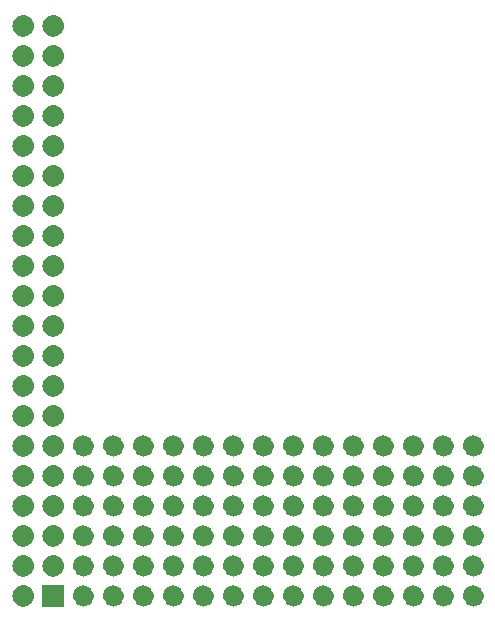
<source format=gbs>
G04 #@! TF.GenerationSoftware,KiCad,Pcbnew,5.0.2-bee76a0~70~ubuntu18.04.1*
G04 #@! TF.CreationDate,2019-03-12T09:35:17+03:00*
G04 #@! TF.ProjectId,LED_matrix,4c45445f-6d61-4747-9269-782e6b696361,rev?*
G04 #@! TF.SameCoordinates,Original*
G04 #@! TF.FileFunction,Soldermask,Bot*
G04 #@! TF.FilePolarity,Negative*
%FSLAX46Y46*%
G04 Gerber Fmt 4.6, Leading zero omitted, Abs format (unit mm)*
G04 Created by KiCad (PCBNEW 5.0.2-bee76a0~70~ubuntu18.04.1) date Вт 12 мар 2019 09:35:17*
%MOMM*%
%LPD*%
G01*
G04 APERTURE LIST*
%ADD10C,1.000000*%
%ADD11C,0.100000*%
G04 APERTURE END LIST*
D10*
X133520000Y-131500000D02*
G75*
G03X133520000Y-131500000I-400000J0D01*
G01*
X130980000Y-131500000D02*
G75*
G03X130980000Y-131500000I-400000J0D01*
G01*
X128440000Y-131500000D02*
G75*
G03X128440000Y-131500000I-400000J0D01*
G01*
X125900000Y-131500000D02*
G75*
G03X125900000Y-131500000I-400000J0D01*
G01*
X123360000Y-131500000D02*
G75*
G03X123360000Y-131500000I-400000J0D01*
G01*
X120820000Y-131500000D02*
G75*
G03X120820000Y-131500000I-400000J0D01*
G01*
X118280000Y-131500000D02*
G75*
G03X118280000Y-131500000I-400000J0D01*
G01*
X115740000Y-131500000D02*
G75*
G03X115740000Y-131500000I-400000J0D01*
G01*
X113200000Y-131500000D02*
G75*
G03X113200000Y-131500000I-400000J0D01*
G01*
X110660000Y-131500000D02*
G75*
G03X110660000Y-131500000I-400000J0D01*
G01*
X108120000Y-131500000D02*
G75*
G03X108120000Y-131500000I-400000J0D01*
G01*
X105580000Y-131500000D02*
G75*
G03X105580000Y-131500000I-400000J0D01*
G01*
X103040000Y-131500000D02*
G75*
G03X103040000Y-131500000I-400000J0D01*
G01*
X100500000Y-131500000D02*
G75*
G03X100500000Y-131500000I-400000J0D01*
G01*
X133520000Y-128960000D02*
G75*
G03X133520000Y-128960000I-400000J0D01*
G01*
X130980000Y-128960000D02*
G75*
G03X130980000Y-128960000I-400000J0D01*
G01*
X128440000Y-128960000D02*
G75*
G03X128440000Y-128960000I-400000J0D01*
G01*
X125900000Y-128960000D02*
G75*
G03X125900000Y-128960000I-400000J0D01*
G01*
X123360000Y-128960000D02*
G75*
G03X123360000Y-128960000I-400000J0D01*
G01*
X120820000Y-128960000D02*
G75*
G03X120820000Y-128960000I-400000J0D01*
G01*
X118280000Y-128960000D02*
G75*
G03X118280000Y-128960000I-400000J0D01*
G01*
X115740000Y-128960000D02*
G75*
G03X115740000Y-128960000I-400000J0D01*
G01*
X113200000Y-128960000D02*
G75*
G03X113200000Y-128960000I-400000J0D01*
G01*
X110660000Y-128960000D02*
G75*
G03X110660000Y-128960000I-400000J0D01*
G01*
X108120000Y-128960000D02*
G75*
G03X108120000Y-128960000I-400000J0D01*
G01*
X105580000Y-128960000D02*
G75*
G03X105580000Y-128960000I-400000J0D01*
G01*
X103040000Y-128960000D02*
G75*
G03X103040000Y-128960000I-400000J0D01*
G01*
X100500000Y-128960000D02*
G75*
G03X100500000Y-128960000I-400000J0D01*
G01*
X133520000Y-126420000D02*
G75*
G03X133520000Y-126420000I-400000J0D01*
G01*
X130980000Y-126420000D02*
G75*
G03X130980000Y-126420000I-400000J0D01*
G01*
X128440000Y-126420000D02*
G75*
G03X128440000Y-126420000I-400000J0D01*
G01*
X125900000Y-126420000D02*
G75*
G03X125900000Y-126420000I-400000J0D01*
G01*
X123360000Y-126420000D02*
G75*
G03X123360000Y-126420000I-400000J0D01*
G01*
X120820000Y-126420000D02*
G75*
G03X120820000Y-126420000I-400000J0D01*
G01*
X118280000Y-126420000D02*
G75*
G03X118280000Y-126420000I-400000J0D01*
G01*
X115740000Y-126420000D02*
G75*
G03X115740000Y-126420000I-400000J0D01*
G01*
X113200000Y-126420000D02*
G75*
G03X113200000Y-126420000I-400000J0D01*
G01*
X110660000Y-126420000D02*
G75*
G03X110660000Y-126420000I-400000J0D01*
G01*
X108120000Y-126420000D02*
G75*
G03X108120000Y-126420000I-400000J0D01*
G01*
X105580000Y-126420000D02*
G75*
G03X105580000Y-126420000I-400000J0D01*
G01*
X103040000Y-126420000D02*
G75*
G03X103040000Y-126420000I-400000J0D01*
G01*
X100500000Y-126420000D02*
G75*
G03X100500000Y-126420000I-400000J0D01*
G01*
X133520000Y-123880000D02*
G75*
G03X133520000Y-123880000I-400000J0D01*
G01*
X130980000Y-123880000D02*
G75*
G03X130980000Y-123880000I-400000J0D01*
G01*
X128440000Y-123880000D02*
G75*
G03X128440000Y-123880000I-400000J0D01*
G01*
X125900000Y-123880000D02*
G75*
G03X125900000Y-123880000I-400000J0D01*
G01*
X123360000Y-123880000D02*
G75*
G03X123360000Y-123880000I-400000J0D01*
G01*
X120820000Y-123880000D02*
G75*
G03X120820000Y-123880000I-400000J0D01*
G01*
X118280000Y-123880000D02*
G75*
G03X118280000Y-123880000I-400000J0D01*
G01*
X115740000Y-123880000D02*
G75*
G03X115740000Y-123880000I-400000J0D01*
G01*
X113200000Y-123880000D02*
G75*
G03X113200000Y-123880000I-400000J0D01*
G01*
X110660000Y-123880000D02*
G75*
G03X110660000Y-123880000I-400000J0D01*
G01*
X108120000Y-123880000D02*
G75*
G03X108120000Y-123880000I-400000J0D01*
G01*
X105580000Y-123880000D02*
G75*
G03X105580000Y-123880000I-400000J0D01*
G01*
X103040000Y-123880000D02*
G75*
G03X103040000Y-123880000I-400000J0D01*
G01*
X100500000Y-123880000D02*
G75*
G03X100500000Y-123880000I-400000J0D01*
G01*
X133520000Y-121340000D02*
G75*
G03X133520000Y-121340000I-400000J0D01*
G01*
X130980000Y-121340000D02*
G75*
G03X130980000Y-121340000I-400000J0D01*
G01*
X128440000Y-121340000D02*
G75*
G03X128440000Y-121340000I-400000J0D01*
G01*
X125900000Y-121340000D02*
G75*
G03X125900000Y-121340000I-400000J0D01*
G01*
X123360000Y-121340000D02*
G75*
G03X123360000Y-121340000I-400000J0D01*
G01*
X120820000Y-121340000D02*
G75*
G03X120820000Y-121340000I-400000J0D01*
G01*
X118280000Y-121340000D02*
G75*
G03X118280000Y-121340000I-400000J0D01*
G01*
X115740000Y-121340000D02*
G75*
G03X115740000Y-121340000I-400000J0D01*
G01*
X113200000Y-121340000D02*
G75*
G03X113200000Y-121340000I-400000J0D01*
G01*
X110660000Y-121340000D02*
G75*
G03X110660000Y-121340000I-400000J0D01*
G01*
X108120000Y-121340000D02*
G75*
G03X108120000Y-121340000I-400000J0D01*
G01*
X105580000Y-121340000D02*
G75*
G03X105580000Y-121340000I-400000J0D01*
G01*
X103040000Y-121340000D02*
G75*
G03X103040000Y-121340000I-400000J0D01*
G01*
X100500000Y-121340000D02*
G75*
G03X100500000Y-121340000I-400000J0D01*
G01*
X133520000Y-118800000D02*
G75*
G03X133520000Y-118800000I-400000J0D01*
G01*
X130980000Y-118800000D02*
G75*
G03X130980000Y-118800000I-400000J0D01*
G01*
X128440000Y-118800000D02*
G75*
G03X128440000Y-118800000I-400000J0D01*
G01*
X125900000Y-118800000D02*
G75*
G03X125900000Y-118800000I-400000J0D01*
G01*
X123360000Y-118800000D02*
G75*
G03X123360000Y-118800000I-400000J0D01*
G01*
X120820000Y-118800000D02*
G75*
G03X120820000Y-118800000I-400000J0D01*
G01*
X118280000Y-118800000D02*
G75*
G03X118280000Y-118800000I-400000J0D01*
G01*
X115740000Y-118800000D02*
G75*
G03X115740000Y-118800000I-400000J0D01*
G01*
X113200000Y-118800000D02*
G75*
G03X113200000Y-118800000I-400000J0D01*
G01*
X110660000Y-118800000D02*
G75*
G03X110660000Y-118800000I-400000J0D01*
G01*
X108120000Y-118800000D02*
G75*
G03X108120000Y-118800000I-400000J0D01*
G01*
X105580000Y-118800000D02*
G75*
G03X105580000Y-118800000I-400000J0D01*
G01*
X103040000Y-118800000D02*
G75*
G03X103040000Y-118800000I-400000J0D01*
G01*
X100500000Y-118800000D02*
G75*
G03X100500000Y-118800000I-400000J0D01*
G01*
D11*
G36*
X98451000Y-132401000D02*
X96649000Y-132401000D01*
X96649000Y-130599000D01*
X98451000Y-130599000D01*
X98451000Y-132401000D01*
X98451000Y-132401000D01*
G37*
G36*
X95120443Y-130605519D02*
X95186627Y-130612037D01*
X95299853Y-130646384D01*
X95356467Y-130663557D01*
X95495087Y-130737652D01*
X95512991Y-130747222D01*
X95548729Y-130776552D01*
X95650186Y-130859814D01*
X95733448Y-130961271D01*
X95762778Y-130997009D01*
X95762779Y-130997011D01*
X95846443Y-131153533D01*
X95846443Y-131153534D01*
X95897963Y-131323373D01*
X95915359Y-131500000D01*
X95897963Y-131676627D01*
X95863616Y-131789853D01*
X95846443Y-131846467D01*
X95772348Y-131985087D01*
X95762778Y-132002991D01*
X95733448Y-132038729D01*
X95650186Y-132140186D01*
X95548729Y-132223448D01*
X95512991Y-132252778D01*
X95512989Y-132252779D01*
X95356467Y-132336443D01*
X95299853Y-132353616D01*
X95186627Y-132387963D01*
X95120442Y-132394482D01*
X95054260Y-132401000D01*
X94965740Y-132401000D01*
X94899558Y-132394482D01*
X94833373Y-132387963D01*
X94720147Y-132353616D01*
X94663533Y-132336443D01*
X94507011Y-132252779D01*
X94507009Y-132252778D01*
X94471271Y-132223448D01*
X94369814Y-132140186D01*
X94286552Y-132038729D01*
X94257222Y-132002991D01*
X94247652Y-131985087D01*
X94173557Y-131846467D01*
X94156384Y-131789853D01*
X94122037Y-131676627D01*
X94104641Y-131500000D01*
X94122037Y-131323373D01*
X94173557Y-131153534D01*
X94173557Y-131153533D01*
X94257221Y-130997011D01*
X94257222Y-130997009D01*
X94286552Y-130961271D01*
X94369814Y-130859814D01*
X94471271Y-130776552D01*
X94507009Y-130747222D01*
X94524913Y-130737652D01*
X94663533Y-130663557D01*
X94720147Y-130646384D01*
X94833373Y-130612037D01*
X94899557Y-130605519D01*
X94965740Y-130599000D01*
X95054260Y-130599000D01*
X95120443Y-130605519D01*
X95120443Y-130605519D01*
G37*
G36*
X97660443Y-128065519D02*
X97726627Y-128072037D01*
X97839853Y-128106384D01*
X97896467Y-128123557D01*
X98035087Y-128197652D01*
X98052991Y-128207222D01*
X98088729Y-128236552D01*
X98190186Y-128319814D01*
X98273448Y-128421271D01*
X98302778Y-128457009D01*
X98302779Y-128457011D01*
X98386443Y-128613533D01*
X98386443Y-128613534D01*
X98437963Y-128783373D01*
X98455359Y-128960000D01*
X98437963Y-129136627D01*
X98403616Y-129249853D01*
X98386443Y-129306467D01*
X98312348Y-129445087D01*
X98302778Y-129462991D01*
X98273448Y-129498729D01*
X98190186Y-129600186D01*
X98088729Y-129683448D01*
X98052991Y-129712778D01*
X98052989Y-129712779D01*
X97896467Y-129796443D01*
X97839853Y-129813616D01*
X97726627Y-129847963D01*
X97660443Y-129854481D01*
X97594260Y-129861000D01*
X97505740Y-129861000D01*
X97439557Y-129854481D01*
X97373373Y-129847963D01*
X97260147Y-129813616D01*
X97203533Y-129796443D01*
X97047011Y-129712779D01*
X97047009Y-129712778D01*
X97011271Y-129683448D01*
X96909814Y-129600186D01*
X96826552Y-129498729D01*
X96797222Y-129462991D01*
X96787652Y-129445087D01*
X96713557Y-129306467D01*
X96696384Y-129249853D01*
X96662037Y-129136627D01*
X96644641Y-128960000D01*
X96662037Y-128783373D01*
X96713557Y-128613534D01*
X96713557Y-128613533D01*
X96797221Y-128457011D01*
X96797222Y-128457009D01*
X96826552Y-128421271D01*
X96909814Y-128319814D01*
X97011271Y-128236552D01*
X97047009Y-128207222D01*
X97064913Y-128197652D01*
X97203533Y-128123557D01*
X97260147Y-128106384D01*
X97373373Y-128072037D01*
X97439557Y-128065519D01*
X97505740Y-128059000D01*
X97594260Y-128059000D01*
X97660443Y-128065519D01*
X97660443Y-128065519D01*
G37*
G36*
X95120443Y-128065519D02*
X95186627Y-128072037D01*
X95299853Y-128106384D01*
X95356467Y-128123557D01*
X95495087Y-128197652D01*
X95512991Y-128207222D01*
X95548729Y-128236552D01*
X95650186Y-128319814D01*
X95733448Y-128421271D01*
X95762778Y-128457009D01*
X95762779Y-128457011D01*
X95846443Y-128613533D01*
X95846443Y-128613534D01*
X95897963Y-128783373D01*
X95915359Y-128960000D01*
X95897963Y-129136627D01*
X95863616Y-129249853D01*
X95846443Y-129306467D01*
X95772348Y-129445087D01*
X95762778Y-129462991D01*
X95733448Y-129498729D01*
X95650186Y-129600186D01*
X95548729Y-129683448D01*
X95512991Y-129712778D01*
X95512989Y-129712779D01*
X95356467Y-129796443D01*
X95299853Y-129813616D01*
X95186627Y-129847963D01*
X95120443Y-129854481D01*
X95054260Y-129861000D01*
X94965740Y-129861000D01*
X94899557Y-129854481D01*
X94833373Y-129847963D01*
X94720147Y-129813616D01*
X94663533Y-129796443D01*
X94507011Y-129712779D01*
X94507009Y-129712778D01*
X94471271Y-129683448D01*
X94369814Y-129600186D01*
X94286552Y-129498729D01*
X94257222Y-129462991D01*
X94247652Y-129445087D01*
X94173557Y-129306467D01*
X94156384Y-129249853D01*
X94122037Y-129136627D01*
X94104641Y-128960000D01*
X94122037Y-128783373D01*
X94173557Y-128613534D01*
X94173557Y-128613533D01*
X94257221Y-128457011D01*
X94257222Y-128457009D01*
X94286552Y-128421271D01*
X94369814Y-128319814D01*
X94471271Y-128236552D01*
X94507009Y-128207222D01*
X94524913Y-128197652D01*
X94663533Y-128123557D01*
X94720147Y-128106384D01*
X94833373Y-128072037D01*
X94899557Y-128065519D01*
X94965740Y-128059000D01*
X95054260Y-128059000D01*
X95120443Y-128065519D01*
X95120443Y-128065519D01*
G37*
G36*
X97660443Y-125525519D02*
X97726627Y-125532037D01*
X97839853Y-125566384D01*
X97896467Y-125583557D01*
X98035087Y-125657652D01*
X98052991Y-125667222D01*
X98088729Y-125696552D01*
X98190186Y-125779814D01*
X98273448Y-125881271D01*
X98302778Y-125917009D01*
X98302779Y-125917011D01*
X98386443Y-126073533D01*
X98386443Y-126073534D01*
X98437963Y-126243373D01*
X98455359Y-126420000D01*
X98437963Y-126596627D01*
X98403616Y-126709853D01*
X98386443Y-126766467D01*
X98312348Y-126905087D01*
X98302778Y-126922991D01*
X98273448Y-126958729D01*
X98190186Y-127060186D01*
X98088729Y-127143448D01*
X98052991Y-127172778D01*
X98052989Y-127172779D01*
X97896467Y-127256443D01*
X97839853Y-127273616D01*
X97726627Y-127307963D01*
X97660443Y-127314481D01*
X97594260Y-127321000D01*
X97505740Y-127321000D01*
X97439557Y-127314481D01*
X97373373Y-127307963D01*
X97260147Y-127273616D01*
X97203533Y-127256443D01*
X97047011Y-127172779D01*
X97047009Y-127172778D01*
X97011271Y-127143448D01*
X96909814Y-127060186D01*
X96826552Y-126958729D01*
X96797222Y-126922991D01*
X96787652Y-126905087D01*
X96713557Y-126766467D01*
X96696384Y-126709853D01*
X96662037Y-126596627D01*
X96644641Y-126420000D01*
X96662037Y-126243373D01*
X96713557Y-126073534D01*
X96713557Y-126073533D01*
X96797221Y-125917011D01*
X96797222Y-125917009D01*
X96826552Y-125881271D01*
X96909814Y-125779814D01*
X97011271Y-125696552D01*
X97047009Y-125667222D01*
X97064913Y-125657652D01*
X97203533Y-125583557D01*
X97260147Y-125566384D01*
X97373373Y-125532037D01*
X97439557Y-125525519D01*
X97505740Y-125519000D01*
X97594260Y-125519000D01*
X97660443Y-125525519D01*
X97660443Y-125525519D01*
G37*
G36*
X95120443Y-125525519D02*
X95186627Y-125532037D01*
X95299853Y-125566384D01*
X95356467Y-125583557D01*
X95495087Y-125657652D01*
X95512991Y-125667222D01*
X95548729Y-125696552D01*
X95650186Y-125779814D01*
X95733448Y-125881271D01*
X95762778Y-125917009D01*
X95762779Y-125917011D01*
X95846443Y-126073533D01*
X95846443Y-126073534D01*
X95897963Y-126243373D01*
X95915359Y-126420000D01*
X95897963Y-126596627D01*
X95863616Y-126709853D01*
X95846443Y-126766467D01*
X95772348Y-126905087D01*
X95762778Y-126922991D01*
X95733448Y-126958729D01*
X95650186Y-127060186D01*
X95548729Y-127143448D01*
X95512991Y-127172778D01*
X95512989Y-127172779D01*
X95356467Y-127256443D01*
X95299853Y-127273616D01*
X95186627Y-127307963D01*
X95120443Y-127314481D01*
X95054260Y-127321000D01*
X94965740Y-127321000D01*
X94899557Y-127314481D01*
X94833373Y-127307963D01*
X94720147Y-127273616D01*
X94663533Y-127256443D01*
X94507011Y-127172779D01*
X94507009Y-127172778D01*
X94471271Y-127143448D01*
X94369814Y-127060186D01*
X94286552Y-126958729D01*
X94257222Y-126922991D01*
X94247652Y-126905087D01*
X94173557Y-126766467D01*
X94156384Y-126709853D01*
X94122037Y-126596627D01*
X94104641Y-126420000D01*
X94122037Y-126243373D01*
X94173557Y-126073534D01*
X94173557Y-126073533D01*
X94257221Y-125917011D01*
X94257222Y-125917009D01*
X94286552Y-125881271D01*
X94369814Y-125779814D01*
X94471271Y-125696552D01*
X94507009Y-125667222D01*
X94524913Y-125657652D01*
X94663533Y-125583557D01*
X94720147Y-125566384D01*
X94833373Y-125532037D01*
X94899557Y-125525519D01*
X94965740Y-125519000D01*
X95054260Y-125519000D01*
X95120443Y-125525519D01*
X95120443Y-125525519D01*
G37*
G36*
X95120443Y-122985519D02*
X95186627Y-122992037D01*
X95299853Y-123026384D01*
X95356467Y-123043557D01*
X95495087Y-123117652D01*
X95512991Y-123127222D01*
X95548729Y-123156552D01*
X95650186Y-123239814D01*
X95733448Y-123341271D01*
X95762778Y-123377009D01*
X95762779Y-123377011D01*
X95846443Y-123533533D01*
X95846443Y-123533534D01*
X95897963Y-123703373D01*
X95915359Y-123880000D01*
X95897963Y-124056627D01*
X95863616Y-124169853D01*
X95846443Y-124226467D01*
X95772348Y-124365087D01*
X95762778Y-124382991D01*
X95733448Y-124418729D01*
X95650186Y-124520186D01*
X95548729Y-124603448D01*
X95512991Y-124632778D01*
X95512989Y-124632779D01*
X95356467Y-124716443D01*
X95299853Y-124733616D01*
X95186627Y-124767963D01*
X95120443Y-124774481D01*
X95054260Y-124781000D01*
X94965740Y-124781000D01*
X94899557Y-124774481D01*
X94833373Y-124767963D01*
X94720147Y-124733616D01*
X94663533Y-124716443D01*
X94507011Y-124632779D01*
X94507009Y-124632778D01*
X94471271Y-124603448D01*
X94369814Y-124520186D01*
X94286552Y-124418729D01*
X94257222Y-124382991D01*
X94247652Y-124365087D01*
X94173557Y-124226467D01*
X94156384Y-124169853D01*
X94122037Y-124056627D01*
X94104641Y-123880000D01*
X94122037Y-123703373D01*
X94173557Y-123533534D01*
X94173557Y-123533533D01*
X94257221Y-123377011D01*
X94257222Y-123377009D01*
X94286552Y-123341271D01*
X94369814Y-123239814D01*
X94471271Y-123156552D01*
X94507009Y-123127222D01*
X94524913Y-123117652D01*
X94663533Y-123043557D01*
X94720147Y-123026384D01*
X94833373Y-122992037D01*
X94899557Y-122985519D01*
X94965740Y-122979000D01*
X95054260Y-122979000D01*
X95120443Y-122985519D01*
X95120443Y-122985519D01*
G37*
G36*
X97660443Y-122985519D02*
X97726627Y-122992037D01*
X97839853Y-123026384D01*
X97896467Y-123043557D01*
X98035087Y-123117652D01*
X98052991Y-123127222D01*
X98088729Y-123156552D01*
X98190186Y-123239814D01*
X98273448Y-123341271D01*
X98302778Y-123377009D01*
X98302779Y-123377011D01*
X98386443Y-123533533D01*
X98386443Y-123533534D01*
X98437963Y-123703373D01*
X98455359Y-123880000D01*
X98437963Y-124056627D01*
X98403616Y-124169853D01*
X98386443Y-124226467D01*
X98312348Y-124365087D01*
X98302778Y-124382991D01*
X98273448Y-124418729D01*
X98190186Y-124520186D01*
X98088729Y-124603448D01*
X98052991Y-124632778D01*
X98052989Y-124632779D01*
X97896467Y-124716443D01*
X97839853Y-124733616D01*
X97726627Y-124767963D01*
X97660443Y-124774481D01*
X97594260Y-124781000D01*
X97505740Y-124781000D01*
X97439557Y-124774481D01*
X97373373Y-124767963D01*
X97260147Y-124733616D01*
X97203533Y-124716443D01*
X97047011Y-124632779D01*
X97047009Y-124632778D01*
X97011271Y-124603448D01*
X96909814Y-124520186D01*
X96826552Y-124418729D01*
X96797222Y-124382991D01*
X96787652Y-124365087D01*
X96713557Y-124226467D01*
X96696384Y-124169853D01*
X96662037Y-124056627D01*
X96644641Y-123880000D01*
X96662037Y-123703373D01*
X96713557Y-123533534D01*
X96713557Y-123533533D01*
X96797221Y-123377011D01*
X96797222Y-123377009D01*
X96826552Y-123341271D01*
X96909814Y-123239814D01*
X97011271Y-123156552D01*
X97047009Y-123127222D01*
X97064913Y-123117652D01*
X97203533Y-123043557D01*
X97260147Y-123026384D01*
X97373373Y-122992037D01*
X97439557Y-122985519D01*
X97505740Y-122979000D01*
X97594260Y-122979000D01*
X97660443Y-122985519D01*
X97660443Y-122985519D01*
G37*
G36*
X95120442Y-120445518D02*
X95186627Y-120452037D01*
X95299853Y-120486384D01*
X95356467Y-120503557D01*
X95495087Y-120577652D01*
X95512991Y-120587222D01*
X95548729Y-120616552D01*
X95650186Y-120699814D01*
X95733448Y-120801271D01*
X95762778Y-120837009D01*
X95762779Y-120837011D01*
X95846443Y-120993533D01*
X95846443Y-120993534D01*
X95897963Y-121163373D01*
X95915359Y-121340000D01*
X95897963Y-121516627D01*
X95863616Y-121629853D01*
X95846443Y-121686467D01*
X95772348Y-121825087D01*
X95762778Y-121842991D01*
X95733448Y-121878729D01*
X95650186Y-121980186D01*
X95548729Y-122063448D01*
X95512991Y-122092778D01*
X95512989Y-122092779D01*
X95356467Y-122176443D01*
X95299853Y-122193616D01*
X95186627Y-122227963D01*
X95120443Y-122234481D01*
X95054260Y-122241000D01*
X94965740Y-122241000D01*
X94899557Y-122234481D01*
X94833373Y-122227963D01*
X94720147Y-122193616D01*
X94663533Y-122176443D01*
X94507011Y-122092779D01*
X94507009Y-122092778D01*
X94471271Y-122063448D01*
X94369814Y-121980186D01*
X94286552Y-121878729D01*
X94257222Y-121842991D01*
X94247652Y-121825087D01*
X94173557Y-121686467D01*
X94156384Y-121629853D01*
X94122037Y-121516627D01*
X94104641Y-121340000D01*
X94122037Y-121163373D01*
X94173557Y-120993534D01*
X94173557Y-120993533D01*
X94257221Y-120837011D01*
X94257222Y-120837009D01*
X94286552Y-120801271D01*
X94369814Y-120699814D01*
X94471271Y-120616552D01*
X94507009Y-120587222D01*
X94524913Y-120577652D01*
X94663533Y-120503557D01*
X94720147Y-120486384D01*
X94833373Y-120452037D01*
X94899558Y-120445518D01*
X94965740Y-120439000D01*
X95054260Y-120439000D01*
X95120442Y-120445518D01*
X95120442Y-120445518D01*
G37*
G36*
X97660442Y-120445518D02*
X97726627Y-120452037D01*
X97839853Y-120486384D01*
X97896467Y-120503557D01*
X98035087Y-120577652D01*
X98052991Y-120587222D01*
X98088729Y-120616552D01*
X98190186Y-120699814D01*
X98273448Y-120801271D01*
X98302778Y-120837009D01*
X98302779Y-120837011D01*
X98386443Y-120993533D01*
X98386443Y-120993534D01*
X98437963Y-121163373D01*
X98455359Y-121340000D01*
X98437963Y-121516627D01*
X98403616Y-121629853D01*
X98386443Y-121686467D01*
X98312348Y-121825087D01*
X98302778Y-121842991D01*
X98273448Y-121878729D01*
X98190186Y-121980186D01*
X98088729Y-122063448D01*
X98052991Y-122092778D01*
X98052989Y-122092779D01*
X97896467Y-122176443D01*
X97839853Y-122193616D01*
X97726627Y-122227963D01*
X97660443Y-122234481D01*
X97594260Y-122241000D01*
X97505740Y-122241000D01*
X97439557Y-122234481D01*
X97373373Y-122227963D01*
X97260147Y-122193616D01*
X97203533Y-122176443D01*
X97047011Y-122092779D01*
X97047009Y-122092778D01*
X97011271Y-122063448D01*
X96909814Y-121980186D01*
X96826552Y-121878729D01*
X96797222Y-121842991D01*
X96787652Y-121825087D01*
X96713557Y-121686467D01*
X96696384Y-121629853D01*
X96662037Y-121516627D01*
X96644641Y-121340000D01*
X96662037Y-121163373D01*
X96713557Y-120993534D01*
X96713557Y-120993533D01*
X96797221Y-120837011D01*
X96797222Y-120837009D01*
X96826552Y-120801271D01*
X96909814Y-120699814D01*
X97011271Y-120616552D01*
X97047009Y-120587222D01*
X97064913Y-120577652D01*
X97203533Y-120503557D01*
X97260147Y-120486384D01*
X97373373Y-120452037D01*
X97439558Y-120445518D01*
X97505740Y-120439000D01*
X97594260Y-120439000D01*
X97660442Y-120445518D01*
X97660442Y-120445518D01*
G37*
G36*
X97660442Y-117905518D02*
X97726627Y-117912037D01*
X97839853Y-117946384D01*
X97896467Y-117963557D01*
X98035087Y-118037652D01*
X98052991Y-118047222D01*
X98088729Y-118076552D01*
X98190186Y-118159814D01*
X98273448Y-118261271D01*
X98302778Y-118297009D01*
X98302779Y-118297011D01*
X98386443Y-118453533D01*
X98386443Y-118453534D01*
X98437963Y-118623373D01*
X98455359Y-118800000D01*
X98437963Y-118976627D01*
X98403616Y-119089853D01*
X98386443Y-119146467D01*
X98312348Y-119285087D01*
X98302778Y-119302991D01*
X98273448Y-119338729D01*
X98190186Y-119440186D01*
X98088729Y-119523448D01*
X98052991Y-119552778D01*
X98052989Y-119552779D01*
X97896467Y-119636443D01*
X97839853Y-119653616D01*
X97726627Y-119687963D01*
X97660442Y-119694482D01*
X97594260Y-119701000D01*
X97505740Y-119701000D01*
X97439558Y-119694482D01*
X97373373Y-119687963D01*
X97260147Y-119653616D01*
X97203533Y-119636443D01*
X97047011Y-119552779D01*
X97047009Y-119552778D01*
X97011271Y-119523448D01*
X96909814Y-119440186D01*
X96826552Y-119338729D01*
X96797222Y-119302991D01*
X96787652Y-119285087D01*
X96713557Y-119146467D01*
X96696384Y-119089853D01*
X96662037Y-118976627D01*
X96644641Y-118800000D01*
X96662037Y-118623373D01*
X96713557Y-118453534D01*
X96713557Y-118453533D01*
X96797221Y-118297011D01*
X96797222Y-118297009D01*
X96826552Y-118261271D01*
X96909814Y-118159814D01*
X97011271Y-118076552D01*
X97047009Y-118047222D01*
X97064913Y-118037652D01*
X97203533Y-117963557D01*
X97260147Y-117946384D01*
X97373373Y-117912037D01*
X97439558Y-117905518D01*
X97505740Y-117899000D01*
X97594260Y-117899000D01*
X97660442Y-117905518D01*
X97660442Y-117905518D01*
G37*
G36*
X95120442Y-117905518D02*
X95186627Y-117912037D01*
X95299853Y-117946384D01*
X95356467Y-117963557D01*
X95495087Y-118037652D01*
X95512991Y-118047222D01*
X95548729Y-118076552D01*
X95650186Y-118159814D01*
X95733448Y-118261271D01*
X95762778Y-118297009D01*
X95762779Y-118297011D01*
X95846443Y-118453533D01*
X95846443Y-118453534D01*
X95897963Y-118623373D01*
X95915359Y-118800000D01*
X95897963Y-118976627D01*
X95863616Y-119089853D01*
X95846443Y-119146467D01*
X95772348Y-119285087D01*
X95762778Y-119302991D01*
X95733448Y-119338729D01*
X95650186Y-119440186D01*
X95548729Y-119523448D01*
X95512991Y-119552778D01*
X95512989Y-119552779D01*
X95356467Y-119636443D01*
X95299853Y-119653616D01*
X95186627Y-119687963D01*
X95120442Y-119694482D01*
X95054260Y-119701000D01*
X94965740Y-119701000D01*
X94899558Y-119694482D01*
X94833373Y-119687963D01*
X94720147Y-119653616D01*
X94663533Y-119636443D01*
X94507011Y-119552779D01*
X94507009Y-119552778D01*
X94471271Y-119523448D01*
X94369814Y-119440186D01*
X94286552Y-119338729D01*
X94257222Y-119302991D01*
X94247652Y-119285087D01*
X94173557Y-119146467D01*
X94156384Y-119089853D01*
X94122037Y-118976627D01*
X94104641Y-118800000D01*
X94122037Y-118623373D01*
X94173557Y-118453534D01*
X94173557Y-118453533D01*
X94257221Y-118297011D01*
X94257222Y-118297009D01*
X94286552Y-118261271D01*
X94369814Y-118159814D01*
X94471271Y-118076552D01*
X94507009Y-118047222D01*
X94524913Y-118037652D01*
X94663533Y-117963557D01*
X94720147Y-117946384D01*
X94833373Y-117912037D01*
X94899558Y-117905518D01*
X94965740Y-117899000D01*
X95054260Y-117899000D01*
X95120442Y-117905518D01*
X95120442Y-117905518D01*
G37*
G36*
X97660443Y-115365519D02*
X97726627Y-115372037D01*
X97839853Y-115406384D01*
X97896467Y-115423557D01*
X98035087Y-115497652D01*
X98052991Y-115507222D01*
X98088729Y-115536552D01*
X98190186Y-115619814D01*
X98273448Y-115721271D01*
X98302778Y-115757009D01*
X98302779Y-115757011D01*
X98386443Y-115913533D01*
X98386443Y-115913534D01*
X98437963Y-116083373D01*
X98455359Y-116260000D01*
X98437963Y-116436627D01*
X98403616Y-116549853D01*
X98386443Y-116606467D01*
X98312348Y-116745087D01*
X98302778Y-116762991D01*
X98273448Y-116798729D01*
X98190186Y-116900186D01*
X98088729Y-116983448D01*
X98052991Y-117012778D01*
X98052989Y-117012779D01*
X97896467Y-117096443D01*
X97839853Y-117113616D01*
X97726627Y-117147963D01*
X97660443Y-117154481D01*
X97594260Y-117161000D01*
X97505740Y-117161000D01*
X97439557Y-117154481D01*
X97373373Y-117147963D01*
X97260147Y-117113616D01*
X97203533Y-117096443D01*
X97047011Y-117012779D01*
X97047009Y-117012778D01*
X97011271Y-116983448D01*
X96909814Y-116900186D01*
X96826552Y-116798729D01*
X96797222Y-116762991D01*
X96787652Y-116745087D01*
X96713557Y-116606467D01*
X96696384Y-116549853D01*
X96662037Y-116436627D01*
X96644641Y-116260000D01*
X96662037Y-116083373D01*
X96713557Y-115913534D01*
X96713557Y-115913533D01*
X96797221Y-115757011D01*
X96797222Y-115757009D01*
X96826552Y-115721271D01*
X96909814Y-115619814D01*
X97011271Y-115536552D01*
X97047009Y-115507222D01*
X97064913Y-115497652D01*
X97203533Y-115423557D01*
X97260147Y-115406384D01*
X97373373Y-115372037D01*
X97439557Y-115365519D01*
X97505740Y-115359000D01*
X97594260Y-115359000D01*
X97660443Y-115365519D01*
X97660443Y-115365519D01*
G37*
G36*
X95120443Y-115365519D02*
X95186627Y-115372037D01*
X95299853Y-115406384D01*
X95356467Y-115423557D01*
X95495087Y-115497652D01*
X95512991Y-115507222D01*
X95548729Y-115536552D01*
X95650186Y-115619814D01*
X95733448Y-115721271D01*
X95762778Y-115757009D01*
X95762779Y-115757011D01*
X95846443Y-115913533D01*
X95846443Y-115913534D01*
X95897963Y-116083373D01*
X95915359Y-116260000D01*
X95897963Y-116436627D01*
X95863616Y-116549853D01*
X95846443Y-116606467D01*
X95772348Y-116745087D01*
X95762778Y-116762991D01*
X95733448Y-116798729D01*
X95650186Y-116900186D01*
X95548729Y-116983448D01*
X95512991Y-117012778D01*
X95512989Y-117012779D01*
X95356467Y-117096443D01*
X95299853Y-117113616D01*
X95186627Y-117147963D01*
X95120443Y-117154481D01*
X95054260Y-117161000D01*
X94965740Y-117161000D01*
X94899557Y-117154481D01*
X94833373Y-117147963D01*
X94720147Y-117113616D01*
X94663533Y-117096443D01*
X94507011Y-117012779D01*
X94507009Y-117012778D01*
X94471271Y-116983448D01*
X94369814Y-116900186D01*
X94286552Y-116798729D01*
X94257222Y-116762991D01*
X94247652Y-116745087D01*
X94173557Y-116606467D01*
X94156384Y-116549853D01*
X94122037Y-116436627D01*
X94104641Y-116260000D01*
X94122037Y-116083373D01*
X94173557Y-115913534D01*
X94173557Y-115913533D01*
X94257221Y-115757011D01*
X94257222Y-115757009D01*
X94286552Y-115721271D01*
X94369814Y-115619814D01*
X94471271Y-115536552D01*
X94507009Y-115507222D01*
X94524913Y-115497652D01*
X94663533Y-115423557D01*
X94720147Y-115406384D01*
X94833373Y-115372037D01*
X94899557Y-115365519D01*
X94965740Y-115359000D01*
X95054260Y-115359000D01*
X95120443Y-115365519D01*
X95120443Y-115365519D01*
G37*
G36*
X95120442Y-112825518D02*
X95186627Y-112832037D01*
X95299853Y-112866384D01*
X95356467Y-112883557D01*
X95495087Y-112957652D01*
X95512991Y-112967222D01*
X95548729Y-112996552D01*
X95650186Y-113079814D01*
X95733448Y-113181271D01*
X95762778Y-113217009D01*
X95762779Y-113217011D01*
X95846443Y-113373533D01*
X95846443Y-113373534D01*
X95897963Y-113543373D01*
X95915359Y-113720000D01*
X95897963Y-113896627D01*
X95863616Y-114009853D01*
X95846443Y-114066467D01*
X95772348Y-114205087D01*
X95762778Y-114222991D01*
X95733448Y-114258729D01*
X95650186Y-114360186D01*
X95548729Y-114443448D01*
X95512991Y-114472778D01*
X95512989Y-114472779D01*
X95356467Y-114556443D01*
X95299853Y-114573616D01*
X95186627Y-114607963D01*
X95120442Y-114614482D01*
X95054260Y-114621000D01*
X94965740Y-114621000D01*
X94899558Y-114614482D01*
X94833373Y-114607963D01*
X94720147Y-114573616D01*
X94663533Y-114556443D01*
X94507011Y-114472779D01*
X94507009Y-114472778D01*
X94471271Y-114443448D01*
X94369814Y-114360186D01*
X94286552Y-114258729D01*
X94257222Y-114222991D01*
X94247652Y-114205087D01*
X94173557Y-114066467D01*
X94156384Y-114009853D01*
X94122037Y-113896627D01*
X94104641Y-113720000D01*
X94122037Y-113543373D01*
X94173557Y-113373534D01*
X94173557Y-113373533D01*
X94257221Y-113217011D01*
X94257222Y-113217009D01*
X94286552Y-113181271D01*
X94369814Y-113079814D01*
X94471271Y-112996552D01*
X94507009Y-112967222D01*
X94524913Y-112957652D01*
X94663533Y-112883557D01*
X94720147Y-112866384D01*
X94833373Y-112832037D01*
X94899558Y-112825518D01*
X94965740Y-112819000D01*
X95054260Y-112819000D01*
X95120442Y-112825518D01*
X95120442Y-112825518D01*
G37*
G36*
X97660442Y-112825518D02*
X97726627Y-112832037D01*
X97839853Y-112866384D01*
X97896467Y-112883557D01*
X98035087Y-112957652D01*
X98052991Y-112967222D01*
X98088729Y-112996552D01*
X98190186Y-113079814D01*
X98273448Y-113181271D01*
X98302778Y-113217009D01*
X98302779Y-113217011D01*
X98386443Y-113373533D01*
X98386443Y-113373534D01*
X98437963Y-113543373D01*
X98455359Y-113720000D01*
X98437963Y-113896627D01*
X98403616Y-114009853D01*
X98386443Y-114066467D01*
X98312348Y-114205087D01*
X98302778Y-114222991D01*
X98273448Y-114258729D01*
X98190186Y-114360186D01*
X98088729Y-114443448D01*
X98052991Y-114472778D01*
X98052989Y-114472779D01*
X97896467Y-114556443D01*
X97839853Y-114573616D01*
X97726627Y-114607963D01*
X97660442Y-114614482D01*
X97594260Y-114621000D01*
X97505740Y-114621000D01*
X97439558Y-114614482D01*
X97373373Y-114607963D01*
X97260147Y-114573616D01*
X97203533Y-114556443D01*
X97047011Y-114472779D01*
X97047009Y-114472778D01*
X97011271Y-114443448D01*
X96909814Y-114360186D01*
X96826552Y-114258729D01*
X96797222Y-114222991D01*
X96787652Y-114205087D01*
X96713557Y-114066467D01*
X96696384Y-114009853D01*
X96662037Y-113896627D01*
X96644641Y-113720000D01*
X96662037Y-113543373D01*
X96713557Y-113373534D01*
X96713557Y-113373533D01*
X96797221Y-113217011D01*
X96797222Y-113217009D01*
X96826552Y-113181271D01*
X96909814Y-113079814D01*
X97011271Y-112996552D01*
X97047009Y-112967222D01*
X97064913Y-112957652D01*
X97203533Y-112883557D01*
X97260147Y-112866384D01*
X97373373Y-112832037D01*
X97439558Y-112825518D01*
X97505740Y-112819000D01*
X97594260Y-112819000D01*
X97660442Y-112825518D01*
X97660442Y-112825518D01*
G37*
G36*
X95120442Y-110285518D02*
X95186627Y-110292037D01*
X95299853Y-110326384D01*
X95356467Y-110343557D01*
X95495087Y-110417652D01*
X95512991Y-110427222D01*
X95548729Y-110456552D01*
X95650186Y-110539814D01*
X95733448Y-110641271D01*
X95762778Y-110677009D01*
X95762779Y-110677011D01*
X95846443Y-110833533D01*
X95846443Y-110833534D01*
X95897963Y-111003373D01*
X95915359Y-111180000D01*
X95897963Y-111356627D01*
X95863616Y-111469853D01*
X95846443Y-111526467D01*
X95772348Y-111665087D01*
X95762778Y-111682991D01*
X95733448Y-111718729D01*
X95650186Y-111820186D01*
X95548729Y-111903448D01*
X95512991Y-111932778D01*
X95512989Y-111932779D01*
X95356467Y-112016443D01*
X95299853Y-112033616D01*
X95186627Y-112067963D01*
X95120442Y-112074482D01*
X95054260Y-112081000D01*
X94965740Y-112081000D01*
X94899558Y-112074482D01*
X94833373Y-112067963D01*
X94720147Y-112033616D01*
X94663533Y-112016443D01*
X94507011Y-111932779D01*
X94507009Y-111932778D01*
X94471271Y-111903448D01*
X94369814Y-111820186D01*
X94286552Y-111718729D01*
X94257222Y-111682991D01*
X94247652Y-111665087D01*
X94173557Y-111526467D01*
X94156384Y-111469853D01*
X94122037Y-111356627D01*
X94104641Y-111180000D01*
X94122037Y-111003373D01*
X94173557Y-110833534D01*
X94173557Y-110833533D01*
X94257221Y-110677011D01*
X94257222Y-110677009D01*
X94286552Y-110641271D01*
X94369814Y-110539814D01*
X94471271Y-110456552D01*
X94507009Y-110427222D01*
X94524913Y-110417652D01*
X94663533Y-110343557D01*
X94720147Y-110326384D01*
X94833373Y-110292037D01*
X94899558Y-110285518D01*
X94965740Y-110279000D01*
X95054260Y-110279000D01*
X95120442Y-110285518D01*
X95120442Y-110285518D01*
G37*
G36*
X97660442Y-110285518D02*
X97726627Y-110292037D01*
X97839853Y-110326384D01*
X97896467Y-110343557D01*
X98035087Y-110417652D01*
X98052991Y-110427222D01*
X98088729Y-110456552D01*
X98190186Y-110539814D01*
X98273448Y-110641271D01*
X98302778Y-110677009D01*
X98302779Y-110677011D01*
X98386443Y-110833533D01*
X98386443Y-110833534D01*
X98437963Y-111003373D01*
X98455359Y-111180000D01*
X98437963Y-111356627D01*
X98403616Y-111469853D01*
X98386443Y-111526467D01*
X98312348Y-111665087D01*
X98302778Y-111682991D01*
X98273448Y-111718729D01*
X98190186Y-111820186D01*
X98088729Y-111903448D01*
X98052991Y-111932778D01*
X98052989Y-111932779D01*
X97896467Y-112016443D01*
X97839853Y-112033616D01*
X97726627Y-112067963D01*
X97660442Y-112074482D01*
X97594260Y-112081000D01*
X97505740Y-112081000D01*
X97439558Y-112074482D01*
X97373373Y-112067963D01*
X97260147Y-112033616D01*
X97203533Y-112016443D01*
X97047011Y-111932779D01*
X97047009Y-111932778D01*
X97011271Y-111903448D01*
X96909814Y-111820186D01*
X96826552Y-111718729D01*
X96797222Y-111682991D01*
X96787652Y-111665087D01*
X96713557Y-111526467D01*
X96696384Y-111469853D01*
X96662037Y-111356627D01*
X96644641Y-111180000D01*
X96662037Y-111003373D01*
X96713557Y-110833534D01*
X96713557Y-110833533D01*
X96797221Y-110677011D01*
X96797222Y-110677009D01*
X96826552Y-110641271D01*
X96909814Y-110539814D01*
X97011271Y-110456552D01*
X97047009Y-110427222D01*
X97064913Y-110417652D01*
X97203533Y-110343557D01*
X97260147Y-110326384D01*
X97373373Y-110292037D01*
X97439558Y-110285518D01*
X97505740Y-110279000D01*
X97594260Y-110279000D01*
X97660442Y-110285518D01*
X97660442Y-110285518D01*
G37*
G36*
X97660443Y-107745519D02*
X97726627Y-107752037D01*
X97839853Y-107786384D01*
X97896467Y-107803557D01*
X98035087Y-107877652D01*
X98052991Y-107887222D01*
X98088729Y-107916552D01*
X98190186Y-107999814D01*
X98273448Y-108101271D01*
X98302778Y-108137009D01*
X98302779Y-108137011D01*
X98386443Y-108293533D01*
X98386443Y-108293534D01*
X98437963Y-108463373D01*
X98455359Y-108640000D01*
X98437963Y-108816627D01*
X98403616Y-108929853D01*
X98386443Y-108986467D01*
X98312348Y-109125087D01*
X98302778Y-109142991D01*
X98273448Y-109178729D01*
X98190186Y-109280186D01*
X98088729Y-109363448D01*
X98052991Y-109392778D01*
X98052989Y-109392779D01*
X97896467Y-109476443D01*
X97839853Y-109493616D01*
X97726627Y-109527963D01*
X97660442Y-109534482D01*
X97594260Y-109541000D01*
X97505740Y-109541000D01*
X97439558Y-109534482D01*
X97373373Y-109527963D01*
X97260147Y-109493616D01*
X97203533Y-109476443D01*
X97047011Y-109392779D01*
X97047009Y-109392778D01*
X97011271Y-109363448D01*
X96909814Y-109280186D01*
X96826552Y-109178729D01*
X96797222Y-109142991D01*
X96787652Y-109125087D01*
X96713557Y-108986467D01*
X96696384Y-108929853D01*
X96662037Y-108816627D01*
X96644641Y-108640000D01*
X96662037Y-108463373D01*
X96713557Y-108293534D01*
X96713557Y-108293533D01*
X96797221Y-108137011D01*
X96797222Y-108137009D01*
X96826552Y-108101271D01*
X96909814Y-107999814D01*
X97011271Y-107916552D01*
X97047009Y-107887222D01*
X97064913Y-107877652D01*
X97203533Y-107803557D01*
X97260147Y-107786384D01*
X97373373Y-107752037D01*
X97439557Y-107745519D01*
X97505740Y-107739000D01*
X97594260Y-107739000D01*
X97660443Y-107745519D01*
X97660443Y-107745519D01*
G37*
G36*
X95120443Y-107745519D02*
X95186627Y-107752037D01*
X95299853Y-107786384D01*
X95356467Y-107803557D01*
X95495087Y-107877652D01*
X95512991Y-107887222D01*
X95548729Y-107916552D01*
X95650186Y-107999814D01*
X95733448Y-108101271D01*
X95762778Y-108137009D01*
X95762779Y-108137011D01*
X95846443Y-108293533D01*
X95846443Y-108293534D01*
X95897963Y-108463373D01*
X95915359Y-108640000D01*
X95897963Y-108816627D01*
X95863616Y-108929853D01*
X95846443Y-108986467D01*
X95772348Y-109125087D01*
X95762778Y-109142991D01*
X95733448Y-109178729D01*
X95650186Y-109280186D01*
X95548729Y-109363448D01*
X95512991Y-109392778D01*
X95512989Y-109392779D01*
X95356467Y-109476443D01*
X95299853Y-109493616D01*
X95186627Y-109527963D01*
X95120442Y-109534482D01*
X95054260Y-109541000D01*
X94965740Y-109541000D01*
X94899558Y-109534482D01*
X94833373Y-109527963D01*
X94720147Y-109493616D01*
X94663533Y-109476443D01*
X94507011Y-109392779D01*
X94507009Y-109392778D01*
X94471271Y-109363448D01*
X94369814Y-109280186D01*
X94286552Y-109178729D01*
X94257222Y-109142991D01*
X94247652Y-109125087D01*
X94173557Y-108986467D01*
X94156384Y-108929853D01*
X94122037Y-108816627D01*
X94104641Y-108640000D01*
X94122037Y-108463373D01*
X94173557Y-108293534D01*
X94173557Y-108293533D01*
X94257221Y-108137011D01*
X94257222Y-108137009D01*
X94286552Y-108101271D01*
X94369814Y-107999814D01*
X94471271Y-107916552D01*
X94507009Y-107887222D01*
X94524913Y-107877652D01*
X94663533Y-107803557D01*
X94720147Y-107786384D01*
X94833373Y-107752037D01*
X94899557Y-107745519D01*
X94965740Y-107739000D01*
X95054260Y-107739000D01*
X95120443Y-107745519D01*
X95120443Y-107745519D01*
G37*
G36*
X97660442Y-105205518D02*
X97726627Y-105212037D01*
X97839853Y-105246384D01*
X97896467Y-105263557D01*
X98035087Y-105337652D01*
X98052991Y-105347222D01*
X98088729Y-105376552D01*
X98190186Y-105459814D01*
X98273448Y-105561271D01*
X98302778Y-105597009D01*
X98302779Y-105597011D01*
X98386443Y-105753533D01*
X98386443Y-105753534D01*
X98437963Y-105923373D01*
X98455359Y-106100000D01*
X98437963Y-106276627D01*
X98403616Y-106389853D01*
X98386443Y-106446467D01*
X98312348Y-106585087D01*
X98302778Y-106602991D01*
X98273448Y-106638729D01*
X98190186Y-106740186D01*
X98088729Y-106823448D01*
X98052991Y-106852778D01*
X98052989Y-106852779D01*
X97896467Y-106936443D01*
X97839853Y-106953616D01*
X97726627Y-106987963D01*
X97660442Y-106994482D01*
X97594260Y-107001000D01*
X97505740Y-107001000D01*
X97439558Y-106994482D01*
X97373373Y-106987963D01*
X97260147Y-106953616D01*
X97203533Y-106936443D01*
X97047011Y-106852779D01*
X97047009Y-106852778D01*
X97011271Y-106823448D01*
X96909814Y-106740186D01*
X96826552Y-106638729D01*
X96797222Y-106602991D01*
X96787652Y-106585087D01*
X96713557Y-106446467D01*
X96696384Y-106389853D01*
X96662037Y-106276627D01*
X96644641Y-106100000D01*
X96662037Y-105923373D01*
X96713557Y-105753534D01*
X96713557Y-105753533D01*
X96797221Y-105597011D01*
X96797222Y-105597009D01*
X96826552Y-105561271D01*
X96909814Y-105459814D01*
X97011271Y-105376552D01*
X97047009Y-105347222D01*
X97064913Y-105337652D01*
X97203533Y-105263557D01*
X97260147Y-105246384D01*
X97373373Y-105212037D01*
X97439558Y-105205518D01*
X97505740Y-105199000D01*
X97594260Y-105199000D01*
X97660442Y-105205518D01*
X97660442Y-105205518D01*
G37*
G36*
X95120442Y-105205518D02*
X95186627Y-105212037D01*
X95299853Y-105246384D01*
X95356467Y-105263557D01*
X95495087Y-105337652D01*
X95512991Y-105347222D01*
X95548729Y-105376552D01*
X95650186Y-105459814D01*
X95733448Y-105561271D01*
X95762778Y-105597009D01*
X95762779Y-105597011D01*
X95846443Y-105753533D01*
X95846443Y-105753534D01*
X95897963Y-105923373D01*
X95915359Y-106100000D01*
X95897963Y-106276627D01*
X95863616Y-106389853D01*
X95846443Y-106446467D01*
X95772348Y-106585087D01*
X95762778Y-106602991D01*
X95733448Y-106638729D01*
X95650186Y-106740186D01*
X95548729Y-106823448D01*
X95512991Y-106852778D01*
X95512989Y-106852779D01*
X95356467Y-106936443D01*
X95299853Y-106953616D01*
X95186627Y-106987963D01*
X95120442Y-106994482D01*
X95054260Y-107001000D01*
X94965740Y-107001000D01*
X94899558Y-106994482D01*
X94833373Y-106987963D01*
X94720147Y-106953616D01*
X94663533Y-106936443D01*
X94507011Y-106852779D01*
X94507009Y-106852778D01*
X94471271Y-106823448D01*
X94369814Y-106740186D01*
X94286552Y-106638729D01*
X94257222Y-106602991D01*
X94247652Y-106585087D01*
X94173557Y-106446467D01*
X94156384Y-106389853D01*
X94122037Y-106276627D01*
X94104641Y-106100000D01*
X94122037Y-105923373D01*
X94173557Y-105753534D01*
X94173557Y-105753533D01*
X94257221Y-105597011D01*
X94257222Y-105597009D01*
X94286552Y-105561271D01*
X94369814Y-105459814D01*
X94471271Y-105376552D01*
X94507009Y-105347222D01*
X94524913Y-105337652D01*
X94663533Y-105263557D01*
X94720147Y-105246384D01*
X94833373Y-105212037D01*
X94899558Y-105205518D01*
X94965740Y-105199000D01*
X95054260Y-105199000D01*
X95120442Y-105205518D01*
X95120442Y-105205518D01*
G37*
G36*
X95120443Y-102665519D02*
X95186627Y-102672037D01*
X95299853Y-102706384D01*
X95356467Y-102723557D01*
X95495087Y-102797652D01*
X95512991Y-102807222D01*
X95548729Y-102836552D01*
X95650186Y-102919814D01*
X95733448Y-103021271D01*
X95762778Y-103057009D01*
X95762779Y-103057011D01*
X95846443Y-103213533D01*
X95846443Y-103213534D01*
X95897963Y-103383373D01*
X95915359Y-103560000D01*
X95897963Y-103736627D01*
X95863616Y-103849853D01*
X95846443Y-103906467D01*
X95772348Y-104045087D01*
X95762778Y-104062991D01*
X95733448Y-104098729D01*
X95650186Y-104200186D01*
X95548729Y-104283448D01*
X95512991Y-104312778D01*
X95512989Y-104312779D01*
X95356467Y-104396443D01*
X95299853Y-104413616D01*
X95186627Y-104447963D01*
X95120443Y-104454481D01*
X95054260Y-104461000D01*
X94965740Y-104461000D01*
X94899558Y-104454482D01*
X94833373Y-104447963D01*
X94720147Y-104413616D01*
X94663533Y-104396443D01*
X94507011Y-104312779D01*
X94507009Y-104312778D01*
X94471271Y-104283448D01*
X94369814Y-104200186D01*
X94286552Y-104098729D01*
X94257222Y-104062991D01*
X94247652Y-104045087D01*
X94173557Y-103906467D01*
X94156384Y-103849853D01*
X94122037Y-103736627D01*
X94104641Y-103560000D01*
X94122037Y-103383373D01*
X94173557Y-103213534D01*
X94173557Y-103213533D01*
X94257221Y-103057011D01*
X94257222Y-103057009D01*
X94286552Y-103021271D01*
X94369814Y-102919814D01*
X94471271Y-102836552D01*
X94507009Y-102807222D01*
X94524913Y-102797652D01*
X94663533Y-102723557D01*
X94720147Y-102706384D01*
X94833373Y-102672037D01*
X94899557Y-102665519D01*
X94965740Y-102659000D01*
X95054260Y-102659000D01*
X95120443Y-102665519D01*
X95120443Y-102665519D01*
G37*
G36*
X97660443Y-102665519D02*
X97726627Y-102672037D01*
X97839853Y-102706384D01*
X97896467Y-102723557D01*
X98035087Y-102797652D01*
X98052991Y-102807222D01*
X98088729Y-102836552D01*
X98190186Y-102919814D01*
X98273448Y-103021271D01*
X98302778Y-103057009D01*
X98302779Y-103057011D01*
X98386443Y-103213533D01*
X98386443Y-103213534D01*
X98437963Y-103383373D01*
X98455359Y-103560000D01*
X98437963Y-103736627D01*
X98403616Y-103849853D01*
X98386443Y-103906467D01*
X98312348Y-104045087D01*
X98302778Y-104062991D01*
X98273448Y-104098729D01*
X98190186Y-104200186D01*
X98088729Y-104283448D01*
X98052991Y-104312778D01*
X98052989Y-104312779D01*
X97896467Y-104396443D01*
X97839853Y-104413616D01*
X97726627Y-104447963D01*
X97660443Y-104454481D01*
X97594260Y-104461000D01*
X97505740Y-104461000D01*
X97439558Y-104454482D01*
X97373373Y-104447963D01*
X97260147Y-104413616D01*
X97203533Y-104396443D01*
X97047011Y-104312779D01*
X97047009Y-104312778D01*
X97011271Y-104283448D01*
X96909814Y-104200186D01*
X96826552Y-104098729D01*
X96797222Y-104062991D01*
X96787652Y-104045087D01*
X96713557Y-103906467D01*
X96696384Y-103849853D01*
X96662037Y-103736627D01*
X96644641Y-103560000D01*
X96662037Y-103383373D01*
X96713557Y-103213534D01*
X96713557Y-103213533D01*
X96797221Y-103057011D01*
X96797222Y-103057009D01*
X96826552Y-103021271D01*
X96909814Y-102919814D01*
X97011271Y-102836552D01*
X97047009Y-102807222D01*
X97064913Y-102797652D01*
X97203533Y-102723557D01*
X97260147Y-102706384D01*
X97373373Y-102672037D01*
X97439557Y-102665519D01*
X97505740Y-102659000D01*
X97594260Y-102659000D01*
X97660443Y-102665519D01*
X97660443Y-102665519D01*
G37*
G36*
X97660442Y-100125518D02*
X97726627Y-100132037D01*
X97839853Y-100166384D01*
X97896467Y-100183557D01*
X98035087Y-100257652D01*
X98052991Y-100267222D01*
X98088729Y-100296552D01*
X98190186Y-100379814D01*
X98273448Y-100481271D01*
X98302778Y-100517009D01*
X98302779Y-100517011D01*
X98386443Y-100673533D01*
X98386443Y-100673534D01*
X98437963Y-100843373D01*
X98455359Y-101020000D01*
X98437963Y-101196627D01*
X98403616Y-101309853D01*
X98386443Y-101366467D01*
X98312348Y-101505087D01*
X98302778Y-101522991D01*
X98273448Y-101558729D01*
X98190186Y-101660186D01*
X98088729Y-101743448D01*
X98052991Y-101772778D01*
X98052989Y-101772779D01*
X97896467Y-101856443D01*
X97839853Y-101873616D01*
X97726627Y-101907963D01*
X97660443Y-101914481D01*
X97594260Y-101921000D01*
X97505740Y-101921000D01*
X97439557Y-101914481D01*
X97373373Y-101907963D01*
X97260147Y-101873616D01*
X97203533Y-101856443D01*
X97047011Y-101772779D01*
X97047009Y-101772778D01*
X97011271Y-101743448D01*
X96909814Y-101660186D01*
X96826552Y-101558729D01*
X96797222Y-101522991D01*
X96787652Y-101505087D01*
X96713557Y-101366467D01*
X96696384Y-101309853D01*
X96662037Y-101196627D01*
X96644641Y-101020000D01*
X96662037Y-100843373D01*
X96713557Y-100673534D01*
X96713557Y-100673533D01*
X96797221Y-100517011D01*
X96797222Y-100517009D01*
X96826552Y-100481271D01*
X96909814Y-100379814D01*
X97011271Y-100296552D01*
X97047009Y-100267222D01*
X97064913Y-100257652D01*
X97203533Y-100183557D01*
X97260147Y-100166384D01*
X97373373Y-100132037D01*
X97439558Y-100125518D01*
X97505740Y-100119000D01*
X97594260Y-100119000D01*
X97660442Y-100125518D01*
X97660442Y-100125518D01*
G37*
G36*
X95120442Y-100125518D02*
X95186627Y-100132037D01*
X95299853Y-100166384D01*
X95356467Y-100183557D01*
X95495087Y-100257652D01*
X95512991Y-100267222D01*
X95548729Y-100296552D01*
X95650186Y-100379814D01*
X95733448Y-100481271D01*
X95762778Y-100517009D01*
X95762779Y-100517011D01*
X95846443Y-100673533D01*
X95846443Y-100673534D01*
X95897963Y-100843373D01*
X95915359Y-101020000D01*
X95897963Y-101196627D01*
X95863616Y-101309853D01*
X95846443Y-101366467D01*
X95772348Y-101505087D01*
X95762778Y-101522991D01*
X95733448Y-101558729D01*
X95650186Y-101660186D01*
X95548729Y-101743448D01*
X95512991Y-101772778D01*
X95512989Y-101772779D01*
X95356467Y-101856443D01*
X95299853Y-101873616D01*
X95186627Y-101907963D01*
X95120443Y-101914481D01*
X95054260Y-101921000D01*
X94965740Y-101921000D01*
X94899557Y-101914481D01*
X94833373Y-101907963D01*
X94720147Y-101873616D01*
X94663533Y-101856443D01*
X94507011Y-101772779D01*
X94507009Y-101772778D01*
X94471271Y-101743448D01*
X94369814Y-101660186D01*
X94286552Y-101558729D01*
X94257222Y-101522991D01*
X94247652Y-101505087D01*
X94173557Y-101366467D01*
X94156384Y-101309853D01*
X94122037Y-101196627D01*
X94104641Y-101020000D01*
X94122037Y-100843373D01*
X94173557Y-100673534D01*
X94173557Y-100673533D01*
X94257221Y-100517011D01*
X94257222Y-100517009D01*
X94286552Y-100481271D01*
X94369814Y-100379814D01*
X94471271Y-100296552D01*
X94507009Y-100267222D01*
X94524913Y-100257652D01*
X94663533Y-100183557D01*
X94720147Y-100166384D01*
X94833373Y-100132037D01*
X94899558Y-100125518D01*
X94965740Y-100119000D01*
X95054260Y-100119000D01*
X95120442Y-100125518D01*
X95120442Y-100125518D01*
G37*
G36*
X97660443Y-97585519D02*
X97726627Y-97592037D01*
X97839853Y-97626384D01*
X97896467Y-97643557D01*
X98035087Y-97717652D01*
X98052991Y-97727222D01*
X98088729Y-97756552D01*
X98190186Y-97839814D01*
X98273448Y-97941271D01*
X98302778Y-97977009D01*
X98302779Y-97977011D01*
X98386443Y-98133533D01*
X98386443Y-98133534D01*
X98437963Y-98303373D01*
X98455359Y-98480000D01*
X98437963Y-98656627D01*
X98403616Y-98769853D01*
X98386443Y-98826467D01*
X98312348Y-98965087D01*
X98302778Y-98982991D01*
X98273448Y-99018729D01*
X98190186Y-99120186D01*
X98088729Y-99203448D01*
X98052991Y-99232778D01*
X98052989Y-99232779D01*
X97896467Y-99316443D01*
X97839853Y-99333616D01*
X97726627Y-99367963D01*
X97660442Y-99374482D01*
X97594260Y-99381000D01*
X97505740Y-99381000D01*
X97439558Y-99374482D01*
X97373373Y-99367963D01*
X97260147Y-99333616D01*
X97203533Y-99316443D01*
X97047011Y-99232779D01*
X97047009Y-99232778D01*
X97011271Y-99203448D01*
X96909814Y-99120186D01*
X96826552Y-99018729D01*
X96797222Y-98982991D01*
X96787652Y-98965087D01*
X96713557Y-98826467D01*
X96696384Y-98769853D01*
X96662037Y-98656627D01*
X96644641Y-98480000D01*
X96662037Y-98303373D01*
X96713557Y-98133534D01*
X96713557Y-98133533D01*
X96797221Y-97977011D01*
X96797222Y-97977009D01*
X96826552Y-97941271D01*
X96909814Y-97839814D01*
X97011271Y-97756552D01*
X97047009Y-97727222D01*
X97064913Y-97717652D01*
X97203533Y-97643557D01*
X97260147Y-97626384D01*
X97373373Y-97592037D01*
X97439557Y-97585519D01*
X97505740Y-97579000D01*
X97594260Y-97579000D01*
X97660443Y-97585519D01*
X97660443Y-97585519D01*
G37*
G36*
X95120443Y-97585519D02*
X95186627Y-97592037D01*
X95299853Y-97626384D01*
X95356467Y-97643557D01*
X95495087Y-97717652D01*
X95512991Y-97727222D01*
X95548729Y-97756552D01*
X95650186Y-97839814D01*
X95733448Y-97941271D01*
X95762778Y-97977009D01*
X95762779Y-97977011D01*
X95846443Y-98133533D01*
X95846443Y-98133534D01*
X95897963Y-98303373D01*
X95915359Y-98480000D01*
X95897963Y-98656627D01*
X95863616Y-98769853D01*
X95846443Y-98826467D01*
X95772348Y-98965087D01*
X95762778Y-98982991D01*
X95733448Y-99018729D01*
X95650186Y-99120186D01*
X95548729Y-99203448D01*
X95512991Y-99232778D01*
X95512989Y-99232779D01*
X95356467Y-99316443D01*
X95299853Y-99333616D01*
X95186627Y-99367963D01*
X95120442Y-99374482D01*
X95054260Y-99381000D01*
X94965740Y-99381000D01*
X94899558Y-99374482D01*
X94833373Y-99367963D01*
X94720147Y-99333616D01*
X94663533Y-99316443D01*
X94507011Y-99232779D01*
X94507009Y-99232778D01*
X94471271Y-99203448D01*
X94369814Y-99120186D01*
X94286552Y-99018729D01*
X94257222Y-98982991D01*
X94247652Y-98965087D01*
X94173557Y-98826467D01*
X94156384Y-98769853D01*
X94122037Y-98656627D01*
X94104641Y-98480000D01*
X94122037Y-98303373D01*
X94173557Y-98133534D01*
X94173557Y-98133533D01*
X94257221Y-97977011D01*
X94257222Y-97977009D01*
X94286552Y-97941271D01*
X94369814Y-97839814D01*
X94471271Y-97756552D01*
X94507009Y-97727222D01*
X94524913Y-97717652D01*
X94663533Y-97643557D01*
X94720147Y-97626384D01*
X94833373Y-97592037D01*
X94899557Y-97585519D01*
X94965740Y-97579000D01*
X95054260Y-97579000D01*
X95120443Y-97585519D01*
X95120443Y-97585519D01*
G37*
G36*
X97660442Y-95045518D02*
X97726627Y-95052037D01*
X97839853Y-95086384D01*
X97896467Y-95103557D01*
X98035087Y-95177652D01*
X98052991Y-95187222D01*
X98088729Y-95216552D01*
X98190186Y-95299814D01*
X98273448Y-95401271D01*
X98302778Y-95437009D01*
X98302779Y-95437011D01*
X98386443Y-95593533D01*
X98386443Y-95593534D01*
X98437963Y-95763373D01*
X98455359Y-95940000D01*
X98437963Y-96116627D01*
X98403616Y-96229853D01*
X98386443Y-96286467D01*
X98312348Y-96425087D01*
X98302778Y-96442991D01*
X98273448Y-96478729D01*
X98190186Y-96580186D01*
X98088729Y-96663448D01*
X98052991Y-96692778D01*
X98052989Y-96692779D01*
X97896467Y-96776443D01*
X97839853Y-96793616D01*
X97726627Y-96827963D01*
X97660442Y-96834482D01*
X97594260Y-96841000D01*
X97505740Y-96841000D01*
X97439558Y-96834482D01*
X97373373Y-96827963D01*
X97260147Y-96793616D01*
X97203533Y-96776443D01*
X97047011Y-96692779D01*
X97047009Y-96692778D01*
X97011271Y-96663448D01*
X96909814Y-96580186D01*
X96826552Y-96478729D01*
X96797222Y-96442991D01*
X96787652Y-96425087D01*
X96713557Y-96286467D01*
X96696384Y-96229853D01*
X96662037Y-96116627D01*
X96644641Y-95940000D01*
X96662037Y-95763373D01*
X96713557Y-95593534D01*
X96713557Y-95593533D01*
X96797221Y-95437011D01*
X96797222Y-95437009D01*
X96826552Y-95401271D01*
X96909814Y-95299814D01*
X97011271Y-95216552D01*
X97047009Y-95187222D01*
X97064913Y-95177652D01*
X97203533Y-95103557D01*
X97260147Y-95086384D01*
X97373373Y-95052037D01*
X97439558Y-95045518D01*
X97505740Y-95039000D01*
X97594260Y-95039000D01*
X97660442Y-95045518D01*
X97660442Y-95045518D01*
G37*
G36*
X95120442Y-95045518D02*
X95186627Y-95052037D01*
X95299853Y-95086384D01*
X95356467Y-95103557D01*
X95495087Y-95177652D01*
X95512991Y-95187222D01*
X95548729Y-95216552D01*
X95650186Y-95299814D01*
X95733448Y-95401271D01*
X95762778Y-95437009D01*
X95762779Y-95437011D01*
X95846443Y-95593533D01*
X95846443Y-95593534D01*
X95897963Y-95763373D01*
X95915359Y-95940000D01*
X95897963Y-96116627D01*
X95863616Y-96229853D01*
X95846443Y-96286467D01*
X95772348Y-96425087D01*
X95762778Y-96442991D01*
X95733448Y-96478729D01*
X95650186Y-96580186D01*
X95548729Y-96663448D01*
X95512991Y-96692778D01*
X95512989Y-96692779D01*
X95356467Y-96776443D01*
X95299853Y-96793616D01*
X95186627Y-96827963D01*
X95120442Y-96834482D01*
X95054260Y-96841000D01*
X94965740Y-96841000D01*
X94899558Y-96834482D01*
X94833373Y-96827963D01*
X94720147Y-96793616D01*
X94663533Y-96776443D01*
X94507011Y-96692779D01*
X94507009Y-96692778D01*
X94471271Y-96663448D01*
X94369814Y-96580186D01*
X94286552Y-96478729D01*
X94257222Y-96442991D01*
X94247652Y-96425087D01*
X94173557Y-96286467D01*
X94156384Y-96229853D01*
X94122037Y-96116627D01*
X94104641Y-95940000D01*
X94122037Y-95763373D01*
X94173557Y-95593534D01*
X94173557Y-95593533D01*
X94257221Y-95437011D01*
X94257222Y-95437009D01*
X94286552Y-95401271D01*
X94369814Y-95299814D01*
X94471271Y-95216552D01*
X94507009Y-95187222D01*
X94524913Y-95177652D01*
X94663533Y-95103557D01*
X94720147Y-95086384D01*
X94833373Y-95052037D01*
X94899558Y-95045518D01*
X94965740Y-95039000D01*
X95054260Y-95039000D01*
X95120442Y-95045518D01*
X95120442Y-95045518D01*
G37*
G36*
X95120442Y-92505518D02*
X95186627Y-92512037D01*
X95299853Y-92546384D01*
X95356467Y-92563557D01*
X95495087Y-92637652D01*
X95512991Y-92647222D01*
X95548729Y-92676552D01*
X95650186Y-92759814D01*
X95733448Y-92861271D01*
X95762778Y-92897009D01*
X95762779Y-92897011D01*
X95846443Y-93053533D01*
X95846443Y-93053534D01*
X95897963Y-93223373D01*
X95915359Y-93400000D01*
X95897963Y-93576627D01*
X95863616Y-93689853D01*
X95846443Y-93746467D01*
X95772348Y-93885087D01*
X95762778Y-93902991D01*
X95733448Y-93938729D01*
X95650186Y-94040186D01*
X95548729Y-94123448D01*
X95512991Y-94152778D01*
X95512989Y-94152779D01*
X95356467Y-94236443D01*
X95299853Y-94253616D01*
X95186627Y-94287963D01*
X95120442Y-94294482D01*
X95054260Y-94301000D01*
X94965740Y-94301000D01*
X94899558Y-94294482D01*
X94833373Y-94287963D01*
X94720147Y-94253616D01*
X94663533Y-94236443D01*
X94507011Y-94152779D01*
X94507009Y-94152778D01*
X94471271Y-94123448D01*
X94369814Y-94040186D01*
X94286552Y-93938729D01*
X94257222Y-93902991D01*
X94247652Y-93885087D01*
X94173557Y-93746467D01*
X94156384Y-93689853D01*
X94122037Y-93576627D01*
X94104641Y-93400000D01*
X94122037Y-93223373D01*
X94173557Y-93053534D01*
X94173557Y-93053533D01*
X94257221Y-92897011D01*
X94257222Y-92897009D01*
X94286552Y-92861271D01*
X94369814Y-92759814D01*
X94471271Y-92676552D01*
X94507009Y-92647222D01*
X94524913Y-92637652D01*
X94663533Y-92563557D01*
X94720147Y-92546384D01*
X94833373Y-92512037D01*
X94899558Y-92505518D01*
X94965740Y-92499000D01*
X95054260Y-92499000D01*
X95120442Y-92505518D01*
X95120442Y-92505518D01*
G37*
G36*
X97660442Y-92505518D02*
X97726627Y-92512037D01*
X97839853Y-92546384D01*
X97896467Y-92563557D01*
X98035087Y-92637652D01*
X98052991Y-92647222D01*
X98088729Y-92676552D01*
X98190186Y-92759814D01*
X98273448Y-92861271D01*
X98302778Y-92897009D01*
X98302779Y-92897011D01*
X98386443Y-93053533D01*
X98386443Y-93053534D01*
X98437963Y-93223373D01*
X98455359Y-93400000D01*
X98437963Y-93576627D01*
X98403616Y-93689853D01*
X98386443Y-93746467D01*
X98312348Y-93885087D01*
X98302778Y-93902991D01*
X98273448Y-93938729D01*
X98190186Y-94040186D01*
X98088729Y-94123448D01*
X98052991Y-94152778D01*
X98052989Y-94152779D01*
X97896467Y-94236443D01*
X97839853Y-94253616D01*
X97726627Y-94287963D01*
X97660442Y-94294482D01*
X97594260Y-94301000D01*
X97505740Y-94301000D01*
X97439558Y-94294482D01*
X97373373Y-94287963D01*
X97260147Y-94253616D01*
X97203533Y-94236443D01*
X97047011Y-94152779D01*
X97047009Y-94152778D01*
X97011271Y-94123448D01*
X96909814Y-94040186D01*
X96826552Y-93938729D01*
X96797222Y-93902991D01*
X96787652Y-93885087D01*
X96713557Y-93746467D01*
X96696384Y-93689853D01*
X96662037Y-93576627D01*
X96644641Y-93400000D01*
X96662037Y-93223373D01*
X96713557Y-93053534D01*
X96713557Y-93053533D01*
X96797221Y-92897011D01*
X96797222Y-92897009D01*
X96826552Y-92861271D01*
X96909814Y-92759814D01*
X97011271Y-92676552D01*
X97047009Y-92647222D01*
X97064913Y-92637652D01*
X97203533Y-92563557D01*
X97260147Y-92546384D01*
X97373373Y-92512037D01*
X97439558Y-92505518D01*
X97505740Y-92499000D01*
X97594260Y-92499000D01*
X97660442Y-92505518D01*
X97660442Y-92505518D01*
G37*
G36*
X95120442Y-89965518D02*
X95186627Y-89972037D01*
X95299853Y-90006384D01*
X95356467Y-90023557D01*
X95495087Y-90097652D01*
X95512991Y-90107222D01*
X95548729Y-90136552D01*
X95650186Y-90219814D01*
X95733448Y-90321271D01*
X95762778Y-90357009D01*
X95762779Y-90357011D01*
X95846443Y-90513533D01*
X95846443Y-90513534D01*
X95897963Y-90683373D01*
X95915359Y-90860000D01*
X95897963Y-91036627D01*
X95863616Y-91149853D01*
X95846443Y-91206467D01*
X95772348Y-91345087D01*
X95762778Y-91362991D01*
X95733448Y-91398729D01*
X95650186Y-91500186D01*
X95548729Y-91583448D01*
X95512991Y-91612778D01*
X95512989Y-91612779D01*
X95356467Y-91696443D01*
X95299853Y-91713616D01*
X95186627Y-91747963D01*
X95120443Y-91754481D01*
X95054260Y-91761000D01*
X94965740Y-91761000D01*
X94899557Y-91754481D01*
X94833373Y-91747963D01*
X94720147Y-91713616D01*
X94663533Y-91696443D01*
X94507011Y-91612779D01*
X94507009Y-91612778D01*
X94471271Y-91583448D01*
X94369814Y-91500186D01*
X94286552Y-91398729D01*
X94257222Y-91362991D01*
X94247652Y-91345087D01*
X94173557Y-91206467D01*
X94156384Y-91149853D01*
X94122037Y-91036627D01*
X94104641Y-90860000D01*
X94122037Y-90683373D01*
X94173557Y-90513534D01*
X94173557Y-90513533D01*
X94257221Y-90357011D01*
X94257222Y-90357009D01*
X94286552Y-90321271D01*
X94369814Y-90219814D01*
X94471271Y-90136552D01*
X94507009Y-90107222D01*
X94524913Y-90097652D01*
X94663533Y-90023557D01*
X94720147Y-90006384D01*
X94833373Y-89972037D01*
X94899558Y-89965518D01*
X94965740Y-89959000D01*
X95054260Y-89959000D01*
X95120442Y-89965518D01*
X95120442Y-89965518D01*
G37*
G36*
X97660442Y-89965518D02*
X97726627Y-89972037D01*
X97839853Y-90006384D01*
X97896467Y-90023557D01*
X98035087Y-90097652D01*
X98052991Y-90107222D01*
X98088729Y-90136552D01*
X98190186Y-90219814D01*
X98273448Y-90321271D01*
X98302778Y-90357009D01*
X98302779Y-90357011D01*
X98386443Y-90513533D01*
X98386443Y-90513534D01*
X98437963Y-90683373D01*
X98455359Y-90860000D01*
X98437963Y-91036627D01*
X98403616Y-91149853D01*
X98386443Y-91206467D01*
X98312348Y-91345087D01*
X98302778Y-91362991D01*
X98273448Y-91398729D01*
X98190186Y-91500186D01*
X98088729Y-91583448D01*
X98052991Y-91612778D01*
X98052989Y-91612779D01*
X97896467Y-91696443D01*
X97839853Y-91713616D01*
X97726627Y-91747963D01*
X97660443Y-91754481D01*
X97594260Y-91761000D01*
X97505740Y-91761000D01*
X97439557Y-91754481D01*
X97373373Y-91747963D01*
X97260147Y-91713616D01*
X97203533Y-91696443D01*
X97047011Y-91612779D01*
X97047009Y-91612778D01*
X97011271Y-91583448D01*
X96909814Y-91500186D01*
X96826552Y-91398729D01*
X96797222Y-91362991D01*
X96787652Y-91345087D01*
X96713557Y-91206467D01*
X96696384Y-91149853D01*
X96662037Y-91036627D01*
X96644641Y-90860000D01*
X96662037Y-90683373D01*
X96713557Y-90513534D01*
X96713557Y-90513533D01*
X96797221Y-90357011D01*
X96797222Y-90357009D01*
X96826552Y-90321271D01*
X96909814Y-90219814D01*
X97011271Y-90136552D01*
X97047009Y-90107222D01*
X97064913Y-90097652D01*
X97203533Y-90023557D01*
X97260147Y-90006384D01*
X97373373Y-89972037D01*
X97439558Y-89965518D01*
X97505740Y-89959000D01*
X97594260Y-89959000D01*
X97660442Y-89965518D01*
X97660442Y-89965518D01*
G37*
G36*
X95120443Y-87425519D02*
X95186627Y-87432037D01*
X95299853Y-87466384D01*
X95356467Y-87483557D01*
X95495087Y-87557652D01*
X95512991Y-87567222D01*
X95548729Y-87596552D01*
X95650186Y-87679814D01*
X95733448Y-87781271D01*
X95762778Y-87817009D01*
X95762779Y-87817011D01*
X95846443Y-87973533D01*
X95846443Y-87973534D01*
X95897963Y-88143373D01*
X95915359Y-88320000D01*
X95897963Y-88496627D01*
X95863616Y-88609853D01*
X95846443Y-88666467D01*
X95772348Y-88805087D01*
X95762778Y-88822991D01*
X95733448Y-88858729D01*
X95650186Y-88960186D01*
X95548729Y-89043448D01*
X95512991Y-89072778D01*
X95512989Y-89072779D01*
X95356467Y-89156443D01*
X95299853Y-89173616D01*
X95186627Y-89207963D01*
X95120442Y-89214482D01*
X95054260Y-89221000D01*
X94965740Y-89221000D01*
X94899558Y-89214482D01*
X94833373Y-89207963D01*
X94720147Y-89173616D01*
X94663533Y-89156443D01*
X94507011Y-89072779D01*
X94507009Y-89072778D01*
X94471271Y-89043448D01*
X94369814Y-88960186D01*
X94286552Y-88858729D01*
X94257222Y-88822991D01*
X94247652Y-88805087D01*
X94173557Y-88666467D01*
X94156384Y-88609853D01*
X94122037Y-88496627D01*
X94104641Y-88320000D01*
X94122037Y-88143373D01*
X94173557Y-87973534D01*
X94173557Y-87973533D01*
X94257221Y-87817011D01*
X94257222Y-87817009D01*
X94286552Y-87781271D01*
X94369814Y-87679814D01*
X94471271Y-87596552D01*
X94507009Y-87567222D01*
X94524913Y-87557652D01*
X94663533Y-87483557D01*
X94720147Y-87466384D01*
X94833373Y-87432037D01*
X94899557Y-87425519D01*
X94965740Y-87419000D01*
X95054260Y-87419000D01*
X95120443Y-87425519D01*
X95120443Y-87425519D01*
G37*
G36*
X97660443Y-87425519D02*
X97726627Y-87432037D01*
X97839853Y-87466384D01*
X97896467Y-87483557D01*
X98035087Y-87557652D01*
X98052991Y-87567222D01*
X98088729Y-87596552D01*
X98190186Y-87679814D01*
X98273448Y-87781271D01*
X98302778Y-87817009D01*
X98302779Y-87817011D01*
X98386443Y-87973533D01*
X98386443Y-87973534D01*
X98437963Y-88143373D01*
X98455359Y-88320000D01*
X98437963Y-88496627D01*
X98403616Y-88609853D01*
X98386443Y-88666467D01*
X98312348Y-88805087D01*
X98302778Y-88822991D01*
X98273448Y-88858729D01*
X98190186Y-88960186D01*
X98088729Y-89043448D01*
X98052991Y-89072778D01*
X98052989Y-89072779D01*
X97896467Y-89156443D01*
X97839853Y-89173616D01*
X97726627Y-89207963D01*
X97660442Y-89214482D01*
X97594260Y-89221000D01*
X97505740Y-89221000D01*
X97439558Y-89214482D01*
X97373373Y-89207963D01*
X97260147Y-89173616D01*
X97203533Y-89156443D01*
X97047011Y-89072779D01*
X97047009Y-89072778D01*
X97011271Y-89043448D01*
X96909814Y-88960186D01*
X96826552Y-88858729D01*
X96797222Y-88822991D01*
X96787652Y-88805087D01*
X96713557Y-88666467D01*
X96696384Y-88609853D01*
X96662037Y-88496627D01*
X96644641Y-88320000D01*
X96662037Y-88143373D01*
X96713557Y-87973534D01*
X96713557Y-87973533D01*
X96797221Y-87817011D01*
X96797222Y-87817009D01*
X96826552Y-87781271D01*
X96909814Y-87679814D01*
X97011271Y-87596552D01*
X97047009Y-87567222D01*
X97064913Y-87557652D01*
X97203533Y-87483557D01*
X97260147Y-87466384D01*
X97373373Y-87432037D01*
X97439557Y-87425519D01*
X97505740Y-87419000D01*
X97594260Y-87419000D01*
X97660443Y-87425519D01*
X97660443Y-87425519D01*
G37*
G36*
X95120442Y-84885518D02*
X95186627Y-84892037D01*
X95299853Y-84926384D01*
X95356467Y-84943557D01*
X95495087Y-85017652D01*
X95512991Y-85027222D01*
X95548729Y-85056552D01*
X95650186Y-85139814D01*
X95733448Y-85241271D01*
X95762778Y-85277009D01*
X95762779Y-85277011D01*
X95846443Y-85433533D01*
X95846443Y-85433534D01*
X95897963Y-85603373D01*
X95915359Y-85780000D01*
X95897963Y-85956627D01*
X95863616Y-86069853D01*
X95846443Y-86126467D01*
X95772348Y-86265087D01*
X95762778Y-86282991D01*
X95733448Y-86318729D01*
X95650186Y-86420186D01*
X95548729Y-86503448D01*
X95512991Y-86532778D01*
X95512989Y-86532779D01*
X95356467Y-86616443D01*
X95299853Y-86633616D01*
X95186627Y-86667963D01*
X95120443Y-86674481D01*
X95054260Y-86681000D01*
X94965740Y-86681000D01*
X94899557Y-86674481D01*
X94833373Y-86667963D01*
X94720147Y-86633616D01*
X94663533Y-86616443D01*
X94507011Y-86532779D01*
X94507009Y-86532778D01*
X94471271Y-86503448D01*
X94369814Y-86420186D01*
X94286552Y-86318729D01*
X94257222Y-86282991D01*
X94247652Y-86265087D01*
X94173557Y-86126467D01*
X94156384Y-86069853D01*
X94122037Y-85956627D01*
X94104641Y-85780000D01*
X94122037Y-85603373D01*
X94173557Y-85433534D01*
X94173557Y-85433533D01*
X94257221Y-85277011D01*
X94257222Y-85277009D01*
X94286552Y-85241271D01*
X94369814Y-85139814D01*
X94471271Y-85056552D01*
X94507009Y-85027222D01*
X94524913Y-85017652D01*
X94663533Y-84943557D01*
X94720147Y-84926384D01*
X94833373Y-84892037D01*
X94899558Y-84885518D01*
X94965740Y-84879000D01*
X95054260Y-84879000D01*
X95120442Y-84885518D01*
X95120442Y-84885518D01*
G37*
G36*
X97660442Y-84885518D02*
X97726627Y-84892037D01*
X97839853Y-84926384D01*
X97896467Y-84943557D01*
X98035087Y-85017652D01*
X98052991Y-85027222D01*
X98088729Y-85056552D01*
X98190186Y-85139814D01*
X98273448Y-85241271D01*
X98302778Y-85277009D01*
X98302779Y-85277011D01*
X98386443Y-85433533D01*
X98386443Y-85433534D01*
X98437963Y-85603373D01*
X98455359Y-85780000D01*
X98437963Y-85956627D01*
X98403616Y-86069853D01*
X98386443Y-86126467D01*
X98312348Y-86265087D01*
X98302778Y-86282991D01*
X98273448Y-86318729D01*
X98190186Y-86420186D01*
X98088729Y-86503448D01*
X98052991Y-86532778D01*
X98052989Y-86532779D01*
X97896467Y-86616443D01*
X97839853Y-86633616D01*
X97726627Y-86667963D01*
X97660443Y-86674481D01*
X97594260Y-86681000D01*
X97505740Y-86681000D01*
X97439557Y-86674481D01*
X97373373Y-86667963D01*
X97260147Y-86633616D01*
X97203533Y-86616443D01*
X97047011Y-86532779D01*
X97047009Y-86532778D01*
X97011271Y-86503448D01*
X96909814Y-86420186D01*
X96826552Y-86318729D01*
X96797222Y-86282991D01*
X96787652Y-86265087D01*
X96713557Y-86126467D01*
X96696384Y-86069853D01*
X96662037Y-85956627D01*
X96644641Y-85780000D01*
X96662037Y-85603373D01*
X96713557Y-85433534D01*
X96713557Y-85433533D01*
X96797221Y-85277011D01*
X96797222Y-85277009D01*
X96826552Y-85241271D01*
X96909814Y-85139814D01*
X97011271Y-85056552D01*
X97047009Y-85027222D01*
X97064913Y-85017652D01*
X97203533Y-84943557D01*
X97260147Y-84926384D01*
X97373373Y-84892037D01*
X97439558Y-84885518D01*
X97505740Y-84879000D01*
X97594260Y-84879000D01*
X97660442Y-84885518D01*
X97660442Y-84885518D01*
G37*
G36*
X95120442Y-82345518D02*
X95186627Y-82352037D01*
X95299853Y-82386384D01*
X95356467Y-82403557D01*
X95495087Y-82477652D01*
X95512991Y-82487222D01*
X95548729Y-82516552D01*
X95650186Y-82599814D01*
X95733448Y-82701271D01*
X95762778Y-82737009D01*
X95762779Y-82737011D01*
X95846443Y-82893533D01*
X95846443Y-82893534D01*
X95897963Y-83063373D01*
X95915359Y-83240000D01*
X95897963Y-83416627D01*
X95863616Y-83529853D01*
X95846443Y-83586467D01*
X95772348Y-83725087D01*
X95762778Y-83742991D01*
X95733448Y-83778729D01*
X95650186Y-83880186D01*
X95548729Y-83963448D01*
X95512991Y-83992778D01*
X95512989Y-83992779D01*
X95356467Y-84076443D01*
X95299853Y-84093616D01*
X95186627Y-84127963D01*
X95120442Y-84134482D01*
X95054260Y-84141000D01*
X94965740Y-84141000D01*
X94899558Y-84134482D01*
X94833373Y-84127963D01*
X94720147Y-84093616D01*
X94663533Y-84076443D01*
X94507011Y-83992779D01*
X94507009Y-83992778D01*
X94471271Y-83963448D01*
X94369814Y-83880186D01*
X94286552Y-83778729D01*
X94257222Y-83742991D01*
X94247652Y-83725087D01*
X94173557Y-83586467D01*
X94156384Y-83529853D01*
X94122037Y-83416627D01*
X94104641Y-83240000D01*
X94122037Y-83063373D01*
X94173557Y-82893534D01*
X94173557Y-82893533D01*
X94257221Y-82737011D01*
X94257222Y-82737009D01*
X94286552Y-82701271D01*
X94369814Y-82599814D01*
X94471271Y-82516552D01*
X94507009Y-82487222D01*
X94524913Y-82477652D01*
X94663533Y-82403557D01*
X94720147Y-82386384D01*
X94833373Y-82352037D01*
X94899558Y-82345518D01*
X94965740Y-82339000D01*
X95054260Y-82339000D01*
X95120442Y-82345518D01*
X95120442Y-82345518D01*
G37*
G36*
X97660442Y-82345518D02*
X97726627Y-82352037D01*
X97839853Y-82386384D01*
X97896467Y-82403557D01*
X98035087Y-82477652D01*
X98052991Y-82487222D01*
X98088729Y-82516552D01*
X98190186Y-82599814D01*
X98273448Y-82701271D01*
X98302778Y-82737009D01*
X98302779Y-82737011D01*
X98386443Y-82893533D01*
X98386443Y-82893534D01*
X98437963Y-83063373D01*
X98455359Y-83240000D01*
X98437963Y-83416627D01*
X98403616Y-83529853D01*
X98386443Y-83586467D01*
X98312348Y-83725087D01*
X98302778Y-83742991D01*
X98273448Y-83778729D01*
X98190186Y-83880186D01*
X98088729Y-83963448D01*
X98052991Y-83992778D01*
X98052989Y-83992779D01*
X97896467Y-84076443D01*
X97839853Y-84093616D01*
X97726627Y-84127963D01*
X97660442Y-84134482D01*
X97594260Y-84141000D01*
X97505740Y-84141000D01*
X97439558Y-84134482D01*
X97373373Y-84127963D01*
X97260147Y-84093616D01*
X97203533Y-84076443D01*
X97047011Y-83992779D01*
X97047009Y-83992778D01*
X97011271Y-83963448D01*
X96909814Y-83880186D01*
X96826552Y-83778729D01*
X96797222Y-83742991D01*
X96787652Y-83725087D01*
X96713557Y-83586467D01*
X96696384Y-83529853D01*
X96662037Y-83416627D01*
X96644641Y-83240000D01*
X96662037Y-83063373D01*
X96713557Y-82893534D01*
X96713557Y-82893533D01*
X96797221Y-82737011D01*
X96797222Y-82737009D01*
X96826552Y-82701271D01*
X96909814Y-82599814D01*
X97011271Y-82516552D01*
X97047009Y-82487222D01*
X97064913Y-82477652D01*
X97203533Y-82403557D01*
X97260147Y-82386384D01*
X97373373Y-82352037D01*
X97439558Y-82345518D01*
X97505740Y-82339000D01*
X97594260Y-82339000D01*
X97660442Y-82345518D01*
X97660442Y-82345518D01*
G37*
M02*

</source>
